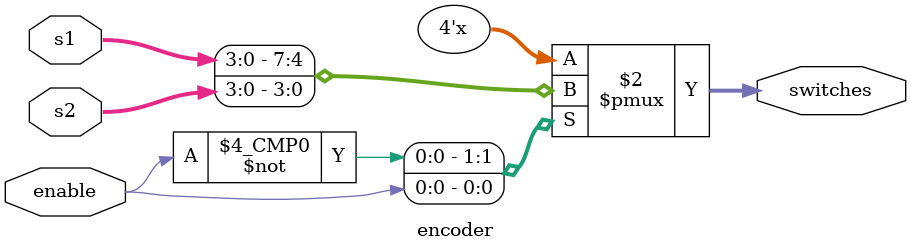
<source format=sv>

/*
    Encoder module for Lab 2
    Converts the 1-bit enable input to a 4-bit output to control which switches are used
*/

module encoder (
    input logic enable,
    input logic [3:0] s1, s2,
    output logic [3:0] switches
);

    always_comb begin
        // If enable 0 then choose s1 and if enable 1 then choose s2
        case (enable)
            1'b0: switches = s1;
            1'b1: switches = s2;
            default: switches = 4'b0;
        endcase
    end

endmodule
</source>
